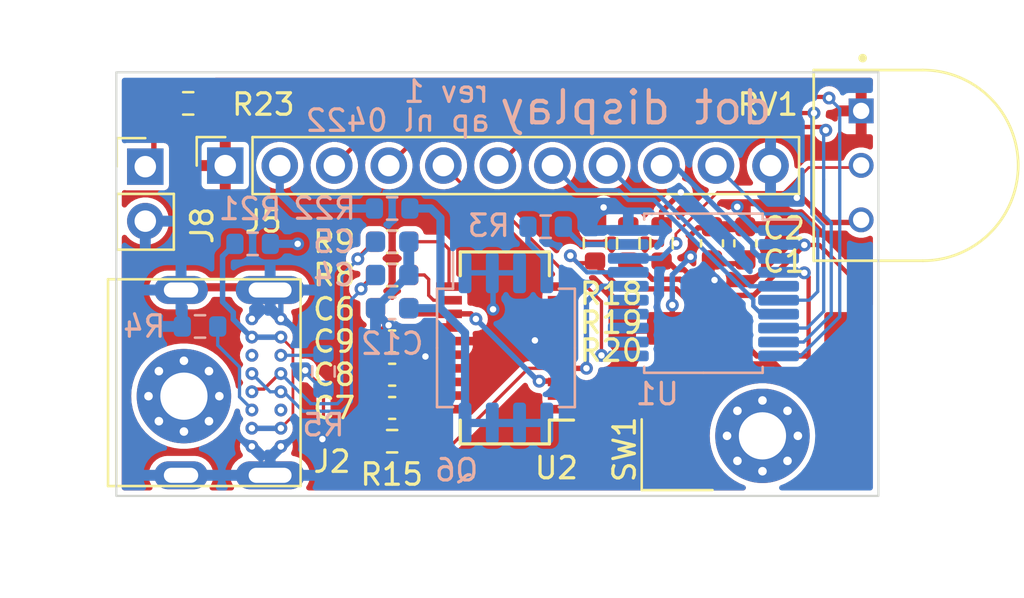
<source format=kicad_pcb>
(kicad_pcb (version 20211014) (generator pcbnew)
  (layers (0 "F.Cu" signal) (31 "B.Cu" signal) (34 "B.Paste" user) (35 "F.Paste" user) (36 "B.SilkS" user "B.Silkscreen") (37 "F.SilkS" user "F.Silkscreen") (38 "B.Mask" user) (39 "F.Mask" user) (44 "Edge.Cuts" user))
  (net 0 "")
  (net 1 "/V_COL")
  (net 2 "/nBLNK")
  (net 3 "/CLK")
  (net 4 "GND")
  (net 5 "Net-(Q6-Pad4)")
  (net 6 "+5V")
  (net 7 "Net-(J2-PadA5)")
  (net 8 "/D+")
  (net 9 "/D-")
  (net 11 "Net-(J2-PadB5)")
  (net 13 "/MCU_COL_4")
  (net 14 "/MCU_COL_5")
  (net 15 "/POT")
  (net 16 "/MCU_DATA")
  (net 17 "/UPDI")
  (net 18 "/MCU_COL_1")
  (net 19 "/MCU_COL_2")
  (net 20 "/MCU_COL_3")
  (net 23 "+3V3")
  (net 29 "Net-(R9-Pad1)")
  (net 30 "Net-(R8-Pad1)")
  (net 34 "Net-(R15-Pad2)")
  (net 35 "Net-(J2-PadA4)")
  (net 36 "/COL_PWM")
  (net 37 "Net-(C12-Pad1)")
  (net 38 "/CONFIG_0")
  (net 43 "/CONFIG_1")
  (net 44 "/CONFIG_2")
  (net 45 "Net-(J8-Pad1)")
  (footprint "hcms:BPA03SB" (layer "F.Cu") (at 192.675 124.48 90)
    (fp_text reference "SW1" (at -3.1 -6.25 90 unlocked) (layer "F.SilkS"))
    (fp_text value "SW_DIP_x03")
    (pad "1" smd roundrect (at -2.54 -4.13 90) (size 1.52 2.15) (layers "F.Cu" "F.Paste" "F.Mask") (roundrect_rratio 0.1) (net 6 "+5V"))
    (pad "2" smd roundrect (at 0 -4.13 90) (size 1.52 2.15) (layers "F.Cu" "F.Paste" "F.Mask") (roundrect_rratio 0.1) (net 6 "+5V"))
    (pad "3" smd roundrect (at 2.54 -4.13 90) (size 1.52 2.15) (layers "F.Cu" "F.Paste" "F.Mask") (roundrect_rratio 0.1) (net 6 "+5V"))
    (pad "4" smd roundrect (at 2.54 4.13 90) (size 1.52 2.15) (layers "F.Cu" "F.Paste" "F.Mask") (roundrect_rratio 0.1) (net 44 "/CONFIG_2"))
    (pad "5" smd roundrect (at 0 4.13 90) (size 1.52 2.15) (layers "F.Cu" "F.Paste" "F.Mask") (roundrect_rratio 0.1) (net 43 "/CONFIG_1"))
    (pad "6" smd roundrect (at -2.54 4.13 90) (size 1.52 2.15) (layers "F.Cu" "F.Paste" "F.Mask") (roundrect_rratio 0.1) (net 38 "/CONFIG_0"))
  )
  (footprint "Package_SO:SSOP-20_3.9x8.7mm_P0.635mm" (layer "F.Cu") (at 180.85 122.85 180)
    (fp_text reference "U2" (at -2.4 -5.6) (layer "F.SilkS"))
    (fp_text value "FT231XS")
    (pad "1" smd rect (at -2.6 -2.8575 180) (size 1.2 0.4) (layers "F.Cu" "F.Paste" "F.Mask"))
    (pad "2" smd rect (at -2.6 -2.2225 180) (size 1.2 0.4) (layers "F.Cu" "F.Paste" "F.Mask"))
    (pad "3" smd rect (at -2.6 -1.5875 180) (size 1.2 0.4) (layers "F.Cu" "F.Paste" "F.Mask") (net 23 "+3V3"))
    (pad "4" smd rect (at -2.6 -0.9525 180) (size 1.2 0.4) (layers "F.Cu" "F.Paste" "F.Mask") (net 17 "/UPDI"))
    (pad "5" smd rect (at -2.6 -0.3175 180) (size 1.2 0.4) (layers "F.Cu" "F.Paste" "F.Mask"))
    (pad "6" smd rect (at -2.6 0.3175 180) (size 1.2 0.4) (layers "F.Cu" "F.Paste" "F.Mask") (net 4 "GND"))
    (pad "7" smd rect (at -2.6 0.9525 180) (size 1.2 0.4) (layers "F.Cu" "F.Paste" "F.Mask"))
    (pad "8" smd rect (at -2.6 1.5875 180) (size 1.2 0.4) (layers "F.Cu" "F.Paste" "F.Mask"))
    (pad "9" smd rect (at -2.6 2.2225 180) (size 1.2 0.4) (layers "F.Cu" "F.Paste" "F.Mask"))
    (pad "10" smd rect (at -2.6 2.8575 180) (size 1.2 0.4) (layers "F.Cu" "F.Paste" "F.Mask"))
    (pad "11" smd rect (at 2.6 2.8575 180) (size 1.2 0.4) (layers "F.Cu" "F.Paste" "F.Mask") (net 29 "Net-(R9-Pad1)"))
    (pad "12" smd rect (at 2.6 2.2225 180) (size 1.2 0.4) (layers "F.Cu" "F.Paste" "F.Mask") (net 30 "Net-(R8-Pad1)"))
    (pad "13" smd rect (at 2.6 1.5875 180) (size 1.2 0.4) (layers "F.Cu" "F.Paste" "F.Mask") (net 23 "+3V3"))
    (pad "14" smd rect (at 2.6 0.9525 180) (size 1.2 0.4) (layers "F.Cu" "F.Paste" "F.Mask") (net 23 "+3V3"))
    (pad "15" smd rect (at 2.6 0.3175 180) (size 1.2 0.4) (layers "F.Cu" "F.Paste" "F.Mask") (net 6 "+5V"))
    (pad "16" smd rect (at 2.6 -0.3175 180) (size 1.2 0.4) (layers "F.Cu" "F.Paste" "F.Mask") (net 4 "GND"))
    (pad "17" smd rect (at 2.6 -0.9525 180) (size 1.2 0.4) (layers "F.Cu" "F.Paste" "F.Mask"))
    (pad "18" smd rect (at 2.6 -1.5875 180) (size 1.2 0.4) (layers "F.Cu" "F.Paste" "F.Mask"))
    (pad "19" smd rect (at 2.6 -2.2225 180) (size 1.2 0.4) (layers "F.Cu" "F.Paste" "F.Mask"))
    (pad "20" smd rect (at 2.6 -2.8575 180) (size 1.2 0.4) (layers "F.Cu" "F.Paste" "F.Mask") (net 34 "Net-(R15-Pad2)"))
  )
  (footprint "Capacitor_SMD:C_0603_1608Metric" (layer "F.Cu") (at 175.6 125.65 180)
    (fp_text reference "C7" (at 2.7 0) (layer "F.SilkS"))
    (fp_text value "4.7uF")
    (pad "1" smd roundrect (at -0.775 0 180) (size 0.9 0.95) (layers "F.Cu" "F.Paste" "F.Mask") (net 6 "+5V"))
    (pad "2" smd roundrect (at 0.775 0 180) (size 0.9 0.95) (layers "F.Cu" "F.Paste" "F.Mask") (net 4 "GND"))
  )
  (footprint "Resistor_SMD:R_0603_1608Metric" (layer "F.Cu") (at 186.6 117.975 -90)
    (fp_text reference "R19" (at 3.7 0.8) (layer "F.SilkS"))
    (fp_text value "10k")
    (pad "1" smd roundrect (at -0.825 0 270) (size 0.8 0.95) (layers "F.Cu" "F.Paste" "F.Mask") (net 4 "GND"))
    (pad "2" smd roundrect (at 0.825 0 270) (size 0.8 0.95) (layers "F.Cu" "F.Paste" "F.Mask") (net 43 "/CONFIG_1"))
  )
  (footprint "Capacitor_SMD:C_0603_1608Metric" (layer "F.Cu") (at 175.6 122.55 180)
    (fp_text reference "C9" (at 2.7 0) (layer "F.SilkS"))
    (fp_text value "10nF")
    (pad "1" smd roundrect (at -0.775 0 180) (size 0.9 0.95) (layers "F.Cu" "F.Paste" "F.Mask") (net 6 "+5V"))
    (pad "2" smd roundrect (at 0.775 0 180) (size 0.9 0.95) (layers "F.Cu" "F.Paste" "F.Mask") (net 4 "GND"))
  )
  (footprint "Resistor_SMD:R_0603_1608Metric" (layer "F.Cu") (at 166.1 111.45 180)
    (fp_text reference "R23" (at -3.5 -0.05) (layer "F.SilkS"))
    (fp_text value "0")
    (pad "1" smd roundrect (at -0.825 0 180) (size 0.8 0.95) (layers "F.Cu" "F.Paste" "F.Mask") (net 6 "+5V"))
    (pad "2" smd roundrect (at 0.825 0 180) (size 0.8 0.95) (layers "F.Cu" "F.Paste" "F.Mask") (net 45 "Net-(J8-Pad1)"))
  )
  (footprint "Resistor_SMD:R_0603_1608Metric" (layer "F.Cu") (at 175.6 119.45 180)
    (fp_text reference "R8" (at 2.7 0) (layer "F.SilkS"))
    (fp_text value "27")
    (pad "1" smd roundrect (at -0.825 0 180) (size 0.8 0.95) (layers "F.Cu" "F.Paste" "F.Mask") (net 30 "Net-(R8-Pad1)"))
    (pad "2" smd roundrect (at 0.825 0 180) (size 0.8 0.95) (layers "F.Cu" "F.Paste" "F.Mask") (net 9 "/D-"))
  )
  (footprint "Connector_PinHeader_2.54mm:PinHeader_1x02_P2.54mm_Vertical" (layer "F.Cu") (at 164.1 114.4)
    (fp_text reference "J8" (at 2.65 2.74 90) (layer "F.SilkS"))
    (fp_text value "Conn_01x02_Male")
    (pad "1" thru_hole rect (at 0 0) (size 1.7 1.7) (drill 1) (layers *.Cu *.Mask) (net 45 "Net-(J8-Pad1)"))
    (pad "2" thru_hole oval (at 0 2.54) (size 1.7 1.7) (drill 1) (layers *.Cu *.Mask) (net 4 "GND"))
  )
  (footprint "Capacitor_SMD:C_0603_1608Metric" (layer "F.Cu") (at 175.6 121 180)
    (fp_text reference "C6" (at 2.7 -0.05) (layer "F.SilkS"))
    (fp_text value "100nF")
    (pad "1" smd roundrect (at -0.775 0 180) (size 0.9 0.95) (layers "F.Cu" "F.Paste" "F.Mask") (net 23 "+3V3"))
    (pad "2" smd roundrect (at 0.775 0 180) (size 0.9 0.95) (layers "F.Cu" "F.Paste" "F.Mask") (net 4 "GND"))
  )
  (footprint "Capacitor_SMD:C_0603_1608Metric" (layer "F.Cu") (at 175.6 124.1 180)
    (fp_text reference "C8" (at 2.7 0) (layer "F.SilkS"))
    (fp_text value "100nF")
    (pad "1" smd roundrect (at -0.775 0 180) (size 0.9 0.95) (layers "F.Cu" "F.Paste" "F.Mask") (net 6 "+5V"))
    (pad "2" smd roundrect (at 0.775 0 180) (size 0.9 0.95) (layers "F.Cu" "F.Paste" "F.Mask") (net 4 "GND"))
  )
  (footprint "Capacitor_SMD:C_0603_1608Metric" (layer "F.Cu") (at 192.05 117.975 -90)
    (fp_text reference "C1" (at 0.85 -1.8 180) (layer "F.SilkS"))
    (fp_text value "10nF")
    (pad "1" smd roundrect (at -0.775 0 270) (size 0.9 0.95) (layers "F.Cu" "F.Paste" "F.Mask") (net 6 "+5V"))
    (pad "2" smd roundrect (at 0.775 0 270) (size 0.9 0.95) (layers "F.Cu" "F.Paste" "F.Mask") (net 4 "GND"))
  )
  (footprint "Resistor_SMD:R_0603_1608Metric" (layer "F.Cu") (at 185.05 117.975 -90)
    (fp_text reference "R18" (at 2.35 -0.75) (layer "F.SilkS"))
    (fp_text value "10k")
    (pad "1" smd roundrect (at -0.825 0 270) (size 0.8 0.95) (layers "F.Cu" "F.Paste" "F.Mask") (net 4 "GND"))
    (pad "2" smd roundrect (at 0.825 0 270) (size 0.8 0.95) (layers "F.Cu" "F.Paste" "F.Mask") (net 38 "/CONFIG_0"))
  )
  (footprint "hcms:TRIM_3352T-1-201LF" (layer "F.Cu") (at 200.3175 114.34 -90)
    (fp_text reference "RV1" (at -2.84 7.2175 180) (layer "F.SilkS"))
    (fp_text value "R_Potentiometer")
    (pad "1" thru_hole rect (at -2.54 2.87 270) (size 1.16 1.16) (drill 0.76) (layers *.Cu *.Mask) (net 6 "+5V"))
    (pad "2" thru_hole circle (at 0 2.87 270) (size 1.16 1.16) (drill 0.76) (layers *.Cu *.Mask) (net 15 "/POT"))
    (pad "3" thru_hole circle (at 2.54 2.87 270) (size 1.16 1.16) (drill 0.76) (layers *.Cu *.Mask) (net 4 "GND"))
  )
  (footprint "Resistor_SMD:R_0603_1608Metric" (layer "F.Cu") (at 188.15 117.975 -90)
    (fp_text reference "R20" (at 5 2.35) (layer "F.SilkS"))
    (fp_text value "10k")
    (pad "1" smd roundrect (at -0.825 0 270) (size 0.8 0.95) (layers "F.Cu" "F.Paste" "F.Mask") (net 4 "GND"))
    (pad "2" smd roundrect (at 0.825 0 270) (size 0.8 0.95) (layers "F.Cu" "F.Paste" "F.Mask") (net 44 "/CONFIG_2"))
  )
  (footprint "Resistor_SMD:R_0603_1608Metric" (layer "F.Cu") (at 175.6 117.9 180)
    (fp_text reference "R9" (at 2.7 0) (layer "F.SilkS"))
    (fp_text value "27")
    (pad "1" smd roundrect (at -0.825 0 180) (size 0.8 0.95) (layers "F.Cu" "F.Paste" "F.Mask") (net 29 "Net-(R9-Pad1)"))
    (pad "2" smd roundrect (at 0.825 0 180) (size 0.8 0.95) (layers "F.Cu" "F.Paste" "F.Mask") (net 8 "/D+"))
  )
  (footprint "hcms:213716-0001" (layer "F.Cu") (at 166.85 124.47 -90)
    (fp_text reference "J2" (at 3.68 -5.95 unlocked) (layer "F.SilkS"))
    (fp_text value "USB_C_Receptacle_USB2.0")
    (pad "A1" thru_hole circle (at -2.975 -3.565 270) (size 0.6 0.6) (drill 0.3) (layers *.Cu *.Mask) (net 4 "GND"))
    (pad "A4" thru_hole circle (at -2.125 -3.565 270) (size 0.6 0.6) (drill 0.3) (layers *.Cu *.Mask) (net 35 "Net-(J2-PadA4)"))
    (pad "A5" thru_hole circle (at -1.275 -3.565 270) (size 0.6 0.6) (drill 0.3) (layers *.Cu *.Mask) (net 7 "Net-(J2-PadA5)"))
    (pad "A6" thru_hole circle (at -0.425 -3.565 270) (size 0.6 0.6) (drill 0.3) (layers *.Cu *.Mask) (net 8 "/D+"))
    (pad "A7" thru_hole circle (at 0.425 -3.565 270) (size 0.6 0.6) (drill 0.3) (layers *.Cu *.Mask) (net 9 "/D-"))
    (pad "A8" thru_hole circle (at 1.275 -3.565 270) (size 0.6 0.6) (drill 0.3) (layers *.Cu *.Mask))
    (pad "A9" thru_hole circle (at 2.125 -3.565 270) (size 0.6 0.6) (drill 0.3) (layers *.Cu *.Mask) (net 35 "Net-(J2-PadA4)"))
    (pad "A12" thru_hole circle (at 2.975 -3.565 270) (size 0.6 0.6) (drill 0.3) (layers *.Cu *.Mask) (net 4 "GND"))
    (pad "B1" thru_hole circle (at 2.975 -2.215 270) (size 0.6 0.6) (drill 0.3) (layers *.Cu *.Mask) (net 4 "GND"))
    (pad "B4" thru_hole circle (at 2.125 -2.215 270) (size 0.6 0.6) (drill 0.3) (layers *.Cu *.Mask) (net 35 "Net-(J2-PadA4)"))
    (pad "B5" thru_hole circle (at 1.275 -2.215 270) (size 0.6 0.6) (drill 0.3) (layers *.Cu *.Mask) (net 11 "Net-(J2-PadB5)"))
    (pad "B6" thru_hole circle (at 0.425 -2.215 270) (size 0.6 0.6) (drill 0.3) (layers *.Cu *.Mask) (net 8 "/D+"))
    (pad "B7" thru_hole circle (at -0.425 -2.215 270) (size 0.6 0.6) (drill 0.3) (layers *.Cu *.Mask) (net 9 "/D-"))
    (pad "B8" thru_hole circle (at -1.275 -2.215 270) (size 0.6 0.6) (drill 0.3) (layers *.Cu *.Mask))
    (pad "B9" thru_hole circle (at -2.125 -2.215 270) (size 0.6 0.6) (drill 0.3) (layers *.Cu *.Mask) (net 35 "Net-(J2-PadA4)"))
    (pad "B12" thru_hole circle (at -2.975 -2.215 270) (size 0.6 0.6) (drill 0.3) (layers *.Cu *.Mask) (net 4 "GND"))
    (pad "S1" thru_hole oval (at 4.32 -3.065 270) (size 1.3 3.2) (drill oval 0.7 2) (layers *.Cu *.Mask) (net 4 "GND"))
    (pad "S1" thru_hole oval (at 4.32 1.085 270) (size 1.3 2.5) (drill oval 0.7 1.6) (layers *.Cu *.Mask) (net 4 "GND"))
    (pad "S1" thru_hole oval (at -4.32 -3.065 270) (size 1.3 3.2) (drill oval 0.7 2) (layers *.Cu *.Mask) (net 4 "GND"))
    (pad "S1" thru_hole oval (at -4.32 1.085 270) (size 1.3 2.5) (drill oval 0.7 1.6) (layers *.Cu *.Mask) (net 4 "GND"))
  )
  (footprint "Capacitor_SMD:C_0603_1608Metric" (layer "F.Cu") (at 190.5 117.975 -90)
    (fp_text reference "C2" (at -0.7 -3.35 180) (layer "F.SilkS"))
    (fp_text value "100nF")
    (pad "1" smd roundrect (at -0.775 0 270) (size 0.9 0.95) (layers "F.Cu" "F.Paste" "F.Mask") (net 6 "+5V"))
    (pad "2" smd roundrect (at 0.775 0 270) (size 0.9 0.95) (layers "F.Cu" "F.Paste" "F.Mask") (net 4 "GND"))
  )
  (footprint "Connector_PinSocket_2.54mm:PinSocket_1x11_P2.54mm_Vertical" (layer "F.Cu") (at 167.825 114.35 90)
    (fp_text reference "J5" (at -2.6 1.775 180) (layer "F.SilkS"))
    (fp_text value "Conn_01x11_Female")
    (pad "1" thru_hole rect locked (at 0 0 90) (size 1.7 1.7) (drill 1) (layers *.Cu *.Mask) (net 6 "+5V"))
    (pad "2" thru_hole oval locked (at 0 2.54 90) (size 1.7 1.7) (drill 1) (layers *.Cu *.Mask) (net 1 "/V_COL"))
    (pad "3" thru_hole oval locked (at 0 5.08 90) (size 1.7 1.7) (drill 1) (layers *.Cu *.Mask) (net 19 "/MCU_COL_2"))
    (pad "4" thru_hole oval locked (at 0 7.62 90) (size 1.7 1.7) (drill 1) (layers *.Cu *.Mask) (net 13 "/MCU_COL_4"))
    (pad "5" thru_hole oval locked (at 0 10.16 90) (size 1.7 1.7) (drill 1) (layers *.Cu *.Mask) (net 18 "/MCU_COL_1"))
    (pad "6" thru_hole oval locked (at 0 12.7 90) (size 1.7 1.7) (drill 1) (layers *.Cu *.Mask) (net 20 "/MCU_COL_3"))
    (pad "7" thru_hole oval locked (at 0 15.24 90) (size 1.7 1.7) (drill 1) (layers *.Cu *.Mask) (net 14 "/MCU_COL_5"))
    (pad "8" thru_hole oval locked (at 0 17.78 90) (size 1.7 1.7) (drill 1) (layers *.Cu *.Mask) (net 2 "/nBLNK"))
    (pad "9" thru_hole oval locked (at 0 20.32 90) (size 1.7 1.7) (drill 1) (layers *.Cu *.Mask) (net 3 "/CLK"))
    (pad "10" thru_hole oval locked (at 0 22.86 90) (size 1.7 1.7) (drill 1) (layers *.Cu *.Mask) (net 16 "/MCU_DATA"))
    (pad "11" thru_hole oval locked (at 0 25.4 90) (size 1.7 1.7) (drill 1) (layers *.Cu *.Mask) (net 4 "GND"))
  )
  (footprint "Resistor_SMD:R_0603_1608Metric" (layer "F.Cu") (at 175.6 127.2)
    (fp_text reference "R15" (at -0.02 1.55) (layer "F.SilkS"))
    (fp_text value "1k")
    (pad "1" smd roundrect (at -0.825 0) (size 0.8 0.95) (layers "F.Cu" "F.Paste" "F.Mask") (net 17 "/UPDI"))
    (pad "2" smd roundrect (at 0.825 0) (size 0.8 0.95) (layers "F.Cu" "F.Paste" "F.Mask") (net 34 "Net-(R15-Pad2)"))
  )
  (footprint "Resistor_SMD:R_0603_1608Metric" (layer "B.Cu") (at 169.1 118 180)
    (fp_text reference "R21" (at 0.12 1.63) (layer "B.SilkS") (effects (justify mirror)))
    (fp_text value "0")
    (pad "1" smd roundrect (at -0.825 0 180) (size 0.8 0.95) (layers "B.Cu" "B.Paste" "B.Mask") (net 6 "+5V"))
    (pad "2" smd roundrect (at 0.825 0 180) (size 0.8 0.95) (layers "B.Cu" "B.Paste" "B.Mask") (net 35 "Net-(J2-PadA4)"))
  )
  (footprint "Package_SO:SSOP-20_5.3x7.2mm_P0.65mm" (layer "B.Cu") (at 190.1 120.3 180)
    (fp_text reference "U1" (at 2.15 -4.7) (layer "B.SilkS") (effects (justify mirror)))
    (fp_text value "ATtiny1626-X")
    (pad "1" smd roundrect (at -3.5 2.925 180) (size 1.9 0.5) (layers "B.Cu" "B.Paste" "B.Mask") (net 6 "+5V"))
    (pad "2" smd roundrect (at -3.5 2.275 180) (size 1.9 0.5) (layers "B.Cu" "B.Paste" "B.Mask") (net 44 "/CONFIG_2"))
    (pad "3" smd roundrect (at -3.5 1.625 180) (size 1.9 0.5) (layers "B.Cu" "B.Paste" "B.Mask") (net 3 "/CLK"))
    (pad "4" smd roundrect (at -3.5 0.975 180) (size 1.9 0.5) (layers "B.Cu" "B.Paste" "B.Mask") (net 43 "/CONFIG_1"))
    (pad "5" smd roundrect (at -3.5 0.325 180) (size 1.9 0.5) (layers "B.Cu" "B.Paste" "B.Mask") (net 2 "/nBLNK"))
    (pad "6" smd roundrect (at -3.5 -0.325 180) (size 1.9 0.5) (layers "B.Cu" "B.Paste" "B.Mask") (net 16 "/MCU_DATA"))
    (pad "7" smd roundrect (at -3.5 -0.975 180) (size 1.9 0.5) (layers "B.Cu" "B.Paste" "B.Mask") (net 14 "/MCU_COL_5"))
    (pad "8" smd roundrect (at -3.5 -1.625 180) (size 1.9 0.5) (layers "B.Cu" "B.Paste" "B.Mask") (net 13 "/MCU_COL_4"))
    (pad "9" smd roundrect (at -3.5 -2.275 180) (size 1.9 0.5) (layers "B.Cu" "B.Paste" "B.Mask") (net 20 "/MCU_COL_3"))
    (pad "10" smd roundrect (at -3.5 -2.925 180) (size 1.9 0.5) (layers "B.Cu" "B.Paste" "B.Mask") (net 19 "/MCU_COL_2"))
    (pad "11" smd roundrect (at 3.5 -2.925 180) (size 1.9 0.5) (layers "B.Cu" "B.Paste" "B.Mask") (net 18 "/MCU_COL_1"))
    (pad "12" smd roundrect (at 3.5 -2.275 180) (size 1.9 0.5) (layers "B.Cu" "B.Paste" "B.Mask"))
    (pad "13" smd roundrect (at 3.5 -1.625 180) (size 1.9 0.5) (layers "B.Cu" "B.Paste" "B.Mask"))
    (pad "14" smd roundrect (at 3.5 -0.975 180) (size 1.9 0.5) (layers "B.Cu" "B.Paste" "B.Mask"))
    (pad "15" smd roundrect (at 3.5 -0.325 180) (size 1.9 0.5) (layers "B.Cu" "B.Paste" "B.Mask"))
    (pad "16" smd roundrect (at 3.5 0.325 180) (size 1.9 0.5) (layers "B.Cu" "B.Paste" "B.Mask") (net 17 "/UPDI"))
    (pad "17" smd roundrect (at 3.5 0.975 180) (size 1.9 0.5) (layers "B.Cu" "B.Paste" "B.Mask") (net 38 "/CONFIG_0"))
    (pad "18" smd roundrect (at 3.5 1.625 180) (size 1.9 0.5) (layers "B.Cu" "B.Paste" "B.Mask") (net 15 "/POT"))
    (pad "19" smd roundrect (at 3.5 2.275 180) (size 1.9 0.5) (layers "B.Cu" "B.Paste" "B.Mask") (net 36 "/COL_PWM"))
    (pad "20" smd roundrect (at 3.5 2.925 180) (size 1.9 0.5) (layers "B.Cu" "B.Paste" "B.Mask") (net 4 "GND"))
  )
  (footprint "Resistor_SMD:R_0603_1608Metric" (layer "B.Cu") (at 175.6 116.35)
    (fp_text reference "R22" (at -3.15 0) (layer "B.SilkS") (effects (justify mirror)))
    (fp_text value "0")
    (pad "1" smd roundrect (at -0.825 0) (size 0.8 0.95) (layers "B.Cu" "B.Paste" "B.Mask") (net 1 "/V_COL"))
    (pad "2" smd roundrect (at 0.825 0) (size 0.8 0.95) (layers "B.Cu" "B.Paste" "B.Mask") (net 37 "Net-(C12-Pad1)"))
  )
  (footprint "LOGO" (layer "B.Cu") (at 185.875 127.325 180)
    (fp_text reference "G***" hide)
    (fp_text value "LOGO" hide)
  )
  (footprint "Capacitor_SMD:C_0603_1608Metric" (layer "B.Cu") (at 175.6 121 180)
    (fp_text reference "C12" (at 0 -1.65) (layer "B.SilkS") (effects (justify mirror)))
    (fp_text value "100nF")
    (pad "1" smd roundrect (at -0.775 0 180) (size 0.9 0.95) (layers "B.Cu" "B.Paste" "B.Mask") (net 37 "Net-(C12-Pad1)"))
    (pad "2" smd roundrect (at 0.775 0 180) (size 0.9 0.95) (layers "B.Cu" "B.Paste" "B.Mask") (net 4 "GND"))
  )
  (footprint "Resistor_SMD:R_0603_1608Metric" (layer "B.Cu") (at 166.65 121.85 180)
    (fp_text reference "R4" (at 2.6 0) (layer "B.SilkS") (effects (justify mirror)))
    (fp_text value "5.1k")
    (pad "1" smd roundrect (at -0.825 0 180) (size 0.8 0.95) (layers "B.Cu" "B.Paste" "B.Mask") (net 11 "Net-(J2-PadB5)"))
    (pad "2" smd roundrect (at 0.825 0 180) (size 0.8 0.95) (layers "B.Cu" "B.Paste" "B.Mask") (net 4 "GND"))
  )
  (footprint "Capacitor_SMD:C_0603_1608Metric" (layer "B.Cu") (at 175.6 117.9)
    (fp_text reference "C5" (at -2.7 0) (layer "B.SilkS") (effects (justify mirror)))
    (fp_text value "47pF")
    (pad "1" smd roundrect (at -0.775 0) (size 0.9 0.95) (layers "B.Cu" "B.Paste" "B.Mask") (net 8 "/D+"))
    (pad "2" smd roundrect (at 0.775 0) (size 0.9 0.95) (layers "B.Cu" "B.Paste" "B.Mask") (net 4 "GND"))
  )
  (footprint "Resistor_SMD:R_0603_1608Metric" (layer "B.Cu") (at 182.75 117.2 180)
    (fp_text reference "R3" (at 2.65 0.05) (layer "B.SilkS") (effects (justify mirror)))
    (fp_text value "200")
    (pad "1" smd roundrect (at -0.825 0 180) (size 0.8 0.95) (layers "B.Cu" "B.Paste" "B.Mask") (net 36 "/COL_PWM"))
    (pad "2" smd roundrect (at 0.825 0 180) (size 0.8 0.95) (layers "B.Cu" "B.Paste" "B.Mask") (net 5 "Net-(Q6-Pad4)"))
  )
  (footprint "Package_SO:SO-8_5.3x6.2mm_P1.27mm" (layer "B.Cu") (at 180.9 122.85 -90)
    (fp_text reference "Q6" (at 5.7 2.3 180) (layer "B.SilkS") (effects (justify mirror)))
    (fp_text value "Q_PMOS_DSG")
    (pad "1" smd roundrect (at -3.5 1.905 270) (size 1.9 0.6) (layers "B.Cu" "B.Paste" "B.Mask") (net 6 "+5V"))
    (pad "2" smd roundrect (at -3.5 0.635 270) (size 1.9 0.6) (layers "B.Cu" "B.Paste" "B.Mask") (net 6 "+5V"))
    (pad "3" smd roundrect (at -3.5 -0.635 270) (size 1.9 0.6) (layers "B.Cu" "B.Paste" "B.Mask") (net 6 "+5V"))
    (pad "4" smd roundrect (at -3.5 -1.905 270) (size 1.9 0.6) (layers "B.Cu" "B.Paste" "B.Mask") (net 5 "Net-(Q6-Pad4)"))
    (pad "5" smd roundrect (at 3.5 -1.905 270) (size 1.9 0.6) (layers "B.Cu" "B.Paste" "B.Mask") (net 37 "Net-(C12-Pad1)"))
    (pad "6" smd roundrect (at 3.5 -0.635 270) (size 1.9 0.6) (layers "B.Cu" "B.Paste" "B.Mask") (net 37 "Net-(C12-Pad1)"))
    (pad "7" smd roundrect (at 3.5 0.635 270) (size 1.9 0.6) (layers "B.Cu" "B.Paste" "B.Mask") (net 37 "Net-(C12-Pad1)"))
    (pad "8" smd roundrect (at 3.5 1.905 270) (size 1.9 0.6) (layers "B.Cu" "B.Paste" "B.Mask") (net 37 "Net-(C12-Pad1)"))
  )
  (footprint "LOGO" (layer "B.Cu") (at 188.3 127.4 180)
    (fp_text reference "G***" hide)
    (fp_text value "LOGO" hide)
  )
  (footprint "Capacitor_SMD:C_0603_1608Metric" (layer "B.Cu") (at 175.6 119.45)
    (fp_text reference "C4" (at -2.7 0) (layer "B.SilkS") (effects (justify mirror)))
    (fp_text value "47pF")
    (pad "1" smd roundrect (at -0.775 0) (size 0.9 0.95) (layers "B.Cu" "B.Paste" "B.Mask") (net 9 "/D-"))
    (pad "2" smd roundrect (at 0.775 0) (size 0.9 0.95) (layers "B.Cu" "B.Paste" "B.Mask") (net 4 "GND"))
  )
  (footprint "MountingHole:MountingHole_2.2mm_M2_Pad_Via" (layer "B.Cu") (at 192.85 126.95 180)
    (fp_text reference "MH2" hide)
    (fp_text value "MountingHole")
    (pad "1" thru_hole circle (at -1.166726 -1.166726 180) (size 0.7 0.7) (drill 0.4) (layers *.Cu *.Mask))
    (pad "1" thru_hole circle (at 1.65 0 180) (size 0.7 0.7) (drill 0.4) (layers *.Cu *.Mask))
    (pad "1" thru_hole circle (at -1.166726 1.166726 180) (size 0.7 0.7) (drill 0.4) (layers *.Cu *.Mask))
    (pad "1" thru_hole circle (at 1.166726 -1.166726 180) (size 0.7 0.7) (drill 0.4) (layers *.Cu *.Mask))
    (pad "1" thru_hole circle (at 0 1.65 180) (size 0.7 0.7) (drill 0.4) (layers *.Cu *.Mask))
    (pad "1" thru_hole circle (at 0 -1.65 180) (size 0.7 0.7) (drill 0.4) (layers *.Cu *.Mask))
    (pad "1" thru_hole circle (at 0 0 180) (size 4.4 4.4) (drill 2.2) (layers *.Cu *.Mask))
    (pad "1" thru_hole circle (at -1.65 0 180) (size 0.7 0.7) (drill 0.4) (layers *.Cu *.Mask))
    (pad "1" thru_hole circle (at 1.166726 1.166726 180) (size 0.7 0.7) (drill 0.4) (layers *.Cu *.Mask))
  )
  (footprint "Resistor_SMD:R_0603_1608Metric" (layer "B.Cu") (at 172.4 123.95 -90)
    (fp_text reference "R5" (at 2.5 0 -180) (layer "B.SilkS") (effects (justify mirror)))
    (fp_text value "5.1k")
    (pad "1" smd roundrect (at -0.825 0 270) (size 0.8 0.95) (layers "B.Cu" "B.Paste" "B.Mask") (net 7 "Net-(J2-PadA5)"))
    (pad "2" smd roundrect (at 0.825 0 270) (size 0.8 0.95) (layers "B.Cu" "B.Paste" "B.Mask") (net 4 "GND"))
  )
  (footprint "MountingHole:MountingHole_2.2mm_M2_Pad_Via" (layer "B.Cu") (at 165.9 125.1 180)
    (fp_text reference "MH1" hide)
    (fp_text value "MountingHole")
    (pad "1" thru_hole circle (at 0 0 180) (size 4.4 4.4) (drill 2.2) (layers *.Cu *.Mask))
    (pad "1" thru_hole circle (at -1.166726 -1.166726 180) (size 0.7 0.7) (drill 0.4) (layers *.Cu *.Mask))
    (pad "1" thru_hole circle (at -1.166726 1.166726 180) (size 0.7 0.7) (drill 0.4) (layers *.Cu *.Mask))
    (pad "1" thru_hole circle (at 1.166726 -1.166726 180) (size 0.7 0.7) (drill 0.4) (layers *.Cu *.Mask))
    (pad "1" thru_hole circle (at 1.65 0 180) (size 0.7 0.7) (drill 0.4) (layers *.Cu *.Mask))
    (pad "1" thru_hole circle (at 0 -1.65 180) (size 0.7 0.7) (drill 0.4) (layers *.Cu *.Mask))
    (pad "1" thru_hole circle (at 1.166726 1.166726 180) (size 0.7 0.7) (drill 0.4) (layers *.Cu *.Mask))
    (pad "1" thru_hole circle (at -1.65 0 180) (size 0.7 0.7) (drill 0.4) (layers *.Cu *.Mask))
    (pad "1" thru_hole circle (at 0 1.65 180) (size 0.7 0.7) (drill 0.4) (layers *.Cu *.Mask))
  )
  (gr_rect locked (start 162.75 110) (end 198.25 129.75) (layer "Edge.Cuts") (width 0.1) (fill none))
  (gr_text "dot display" (at 193.4 111.65) (layer "B.SilkS") (effects (font (size 1.5 1.5) (thickness 0.2)) (justify left mirror)))
  (gr_text "rev 1" (at 180.2 110.9) (layer "B.SilkS") (effects (font (size 1 1)) (justify left mirror)))
  (gr_text "ap nl 0422" (at 180.25 112.25) (layer "B.SilkS") (effects (font (size 1 1)) (justify left mirror)))
  (segment (start 171.1 116.35) (end 170.365 115.615) (width 0.381) (layer "B.Cu") (net 1))
  (segment (start 170.365 115.615) (end 170.365 114.35) (width 0.381) (layer "B.Cu") (net 1))
  (segment (start 174.775 116.35) (end 171.1 116.35) (width 0.381) (layer "B.Cu") (net 1))
  (segment (start 185.605 114.35) (end 186.754511 115.499511) (width 0.2) (layer "B.Cu") (net 2))
  (segment (start 186.754511 115.499511) (end 187.799511 115.499511) (width 0.2) (layer "B.Cu") (net 2))
  (segment (start 192.275 119.975) (end 194.15 119.975) (width 0.2) (layer "B.Cu") (net 2))
  (segment (start 187.799511 115.499511) (end 192.275 119.975) (width 0.2) (layer "B.Cu") (net 2))
  (segment (start 188.145 114.35) (end 188.75 114.35) (width 0.25) (layer "B.Cu") (net 3))
  (segment (start 192.39848 118.305959) (end 192.767521 118.675) (width 0.25) (layer "B.Cu") (net 3))
  (segment (start 188.75 114.35) (end 192.39848 117.99848) (width 0.25) (layer "B.Cu") (net 3))
  (segment (start 192.767521 118.675) (end 194.15 118.675) (width 0.25) (layer "B.Cu") (net 3))
  (segment (start 192.39848 117.99848) (end 192.39848 118.305959) (width 0.25) (layer "B.Cu") (net 3))
  (segment (start 195.860249 116.999519) (end 194.71073 115.85) (width 0.25) (layer "F.Cu") (net 4))
  (segment (start 177.2325 123.1675) (end 178.25 123.1675) (width 0.381) (layer "F.Cu") (net 4))
  (segment (start 190.5 118.875) (end 190.5 119.569251) (width 0.25) (layer "F.Cu") (net 4))
  (segment (start 174.825 124.1) (end 174.825 125.65) (width 0.381) (layer "F.Cu") (net 4))
  (segment (start 174.825 121.18202) (end 175.434724 121.791744) (width 0.381) (layer "F.Cu") (net 4))
  (segment (start 175.434724 121.791744) (end 174.825 122.401468) (width 0.381) (layer "F.Cu") (net 4))
  (segment (start 192.2 118.925) (end 190.7 118.925) (width 0.25) (layer "F.Cu") (net 4))
  (segment (start 194.71073 115.85) (end 194.45 115.85) (width 0.25) (layer "F.Cu") (net 4))
  (segment (start 174.825 122.401468) (end 174.825 122.55) (width 0.381) (layer "F.Cu") (net 4))
  (segment (start 172.4 124.75) (end 172.4 127.05) (width 0.1524) (layer "F.Cu") (net 4))
  (segment (start 189.05 115.6) (end 188.15 116.5) (width 0.25) (layer "F.Cu") (net 4))
  (segment (start 177.15 123.25) (end 177.2325 123.1675) (width 0.381) (layer "F.Cu") (net 4))
  (segment (start 188.15 117.275) (end 185.45 117.275) (width 0.25) (layer "F.Cu") (net 4))
  (segment (start 197.43 116.94) (end 197.370481 116.999519) (width 0.25) (layer "F.Cu") (net 4))
  (segment (start 197.370481 116.999519) (end 195.860249 116.999519) (width 0.25) (layer "F.Cu") (net 4))
  (segment (start 174.825 121) (end 174.825 121.18202) (width 0.127) (layer "F.Cu") (net 4))
  (segment (start 169.905002 120.024989) (end 165.755002 120.024989) (width 0.381) (layer "F.Cu") (net 4))
  (segment (start 182.2825 122.5325) (end 182.25 122.5) (width 0.1524) (layer "F.Cu") (net 4))
  (segment (start 188.15 116.5) (end 188.15 117.275) (width 0.25) (layer "F.Cu") (net 4))
  (segment (start 172.4 127.05) (end 172.35 127.1) (width 0.1524) (layer "F.Cu") (net 4))
  (segment (start 190.7 118.925) (end 190.7 118.875) (width 0.25) (layer "F.Cu") (net 4))
  (segment (start 190.5 119.569251) (end 190.617182 119.686433) (width 0.127) (layer "F.Cu") (net 4))
  (segment (start 185.45 117.275) (end 185.45 116.3) (width 0.25) (layer "F.Cu") (net 4))
  (segment (start 183.45 122.5325) (end 182.2825 122.5325) (width 0.1524) (layer "F.Cu") (net 4))
  (segment (start 171.55 123.9) (end 172.4 124.75) (width 0.1524) (layer "F.Cu") (net 4))
  (segment (start 174.825 122.55) (end 174.825 124.1) (width 0.381) (layer "F.Cu") (net 4))
  (via (at 171.55 123.9) (size 0.6) (drill 0.3) (layers "F.Cu" "B.Cu") (net 4))
  (via (at 194.45 115.85) (size 0.6) (drill 0.3) (layers "F.Cu" "B.Cu") (net 4))
  (via (at 177.15 123.25) (size 0.6) (drill 0.3) (layers "F.Cu" "B.Cu") (net 4))
  (via (at 175.434724 121.791744) (size 0.6) (drill 0.3) (layers "F.Cu" "B.Cu") (net 4))
  (via (at 190.617182 119.686433) (size 0.6) (drill 0.3) (layers "F.Cu" "B.Cu") (net 4))
  (via (at 189.05 115.6) (size 0.6) (drill 0.3) (layers "F.Cu" "B.Cu") (net 4))
  (via (at 172.35 127.1) (size 0.6) (drill 0.3) (layers "F.Cu" "B.Cu") (net 4))
  (via (at 185.45 116.3) (size 0.6) (drill 0.3) (layers "F.Cu" "B.Cu") (net 4))
  (via (at 182.25 122.5) (size 0.6) (drill 0.3) (layers "F.Cu" "B.Cu") (net 4))
  (segment (start 171.55 124) (end 171.55 123.9) (width 0.1524) (layer "B.Cu") (net 4))
  (segment (start 174.825 121) (end 174.825 121.18202) (width 0.381) (layer "B.Cu") (net 4))
  (segment (start 170.415 121.495) (end 170.415 120.65) (width 0.25) (layer "B.Cu") (net 4))
  (segment (start 172.325 124.775) (end 171.55 124) (width 0.1524) (layer "B.Cu") (net 4))
  (segment (start 169.065 121.495) (end 169.065 121) (width 0.25) (layer "B.Cu") (net 4))
  (segment (start 176.375 119.45) (end 174.825 121) (width 0.381) (layer "B.Cu") (net 4))
  (segment (start 172.4 124.775) (end 172.325 124.775) (width 0.1524) (layer "B.Cu") (net 4))
  (segment (start 174.825 121.18202) (end 175.434724 121.791744) (width 0.381) (layer "B.Cu") (net 4))
  (segment (start 169.065 121) (end 169.915 120.15) (width 0.25) (layer "B.Cu") (net 4))
  (segment (start 170.415 120.65) (end 169.915 120.15) (width 0.25) (layer "B.Cu") (net 4))
  (segment (start 182.805 118.805) (end 181.925 117.925) (width 0.254) (layer "B.Cu") (net 5))
  (segment (start 182.805 119.35) (end 182.805 118.805) (width 0.254) (layer "B.Cu") (net 5))
  (segment (start 181.925 117.925) (end 181.925 117.2) (width 0.254) (layer "B.Cu") (net 5))
  (segment (start 176.375 122.55) (end 176.375 124.1) (width 0.254) (layer "F.Cu") (net 6))
  (segment (start 190.5 117.25) (end 189.85 117.25) (width 0.25) (layer "F.Cu") (net 6))
  (segment (start 178.25 122.5325) (end 176.3925 122.5325) (width 0.254) (layer "F.Cu") (net 6))
  (segment (start 189.5 117.6) (end 189.5 118.525) (width 0.25) (layer "F.Cu") (net 6))
  (segment (start 166.925 111.45) (end 167.825 112.35) (width 0.25) (layer "F.Cu") (net 6))
  (segment (start 189.85 117.25) (end 189.5 117.6) (width 0.25) (layer "F.Cu") (net 6))
  (segment (start 178.25 122.5325) (end 179.4175 122.5325) (width 0.254) (layer "F.Cu") (net 6))
  (segment (start 188.65 121.835) (end 188.545 121.94) (width 0.127) (layer "F.Cu") (net 6))
  (segment (start 188.65 120.85) (end 188.65 121.835) (width 0.254) (layer "F.Cu") (net 6))
  (segment (start 167.825 112.35) (end 167.825 114.35) (width 0.25) (layer "F.Cu") (net 6))
  (segment (start 179.4175 122.5325) (end 180.2 121.75) (width 0.254) (layer "F.Cu") (net 6))
  (segment (start 180.3 121.65) (end 180.3 121) (width 0.254) (layer "F.Cu") (net 6))
  (segment (start 180.2 121.75) (end 180.3 121.65) (width 0.254) (layer "F.Cu") (net 6))
  (segment (start 176.3925 122.5325) (end 176.375 122.55) (width 0.254) (layer "F.Cu") (net 6))
  (segment (start 176.375 125.65) (end 176.375 124.1) (width 0.254) (layer "F.Cu") (net 6))
  (via (at 180.3 121.05) (size 0.6) (drill 0.3) (layers "F.Cu" "B.Cu") (net 6))
  (via (at 191.675 116.275) (size 0.6) (drill 0.3) (layers "F.Cu" "B.Cu") (net 6))
  (via (at 188.65 120.85) (size 0.6) (drill 0.3) (layers "F.Cu" "B.Cu") (net 6))
  (via (at 171.2 118) (size 0.6) (drill 0.3) (layers "F.Cu" "B.Cu") (net 6))
  (via (at 189.5 118.6) (size 0.6) (drill 0.3) (layers "F.Cu" "B.Cu") (net 6))
  (segment (start 180.265 119.35) (end 178.995 119.35) (width 0.254) (layer "B.Cu") (net 6))
  (segment (start 189.5 118.6) (end 188.65 119.45) (width 0.25) (layer "B.Cu") (net 6))
  (segment (start 192.575 117.375) (end 194.15 117.375) (width 0.25) (layer "B.Cu") (net 6))
  (segment (start 188.65 119.45) (end 188.65 120.85) (width 0.25) (layer "B.Cu") (net 6))
  (segment (start 180.3 121) (end 180.3 119.385) (width 0.254) (layer "B.Cu") (net 6))
  (segment (start 180.3 119.385) (end 180.265 119.35) (width 0.254) (layer "B.Cu") (net 6))
  (segment (start 180.265 119.35) (end 181.535 119.35) (width 0.254) (layer "B.Cu") (net 6))
  (segment (start 191.675 116.475) (end 192.575 117.375) (width 0.25) (layer "B.Cu") (net 6))
  (segment (start 191.675 116.275) (end 191.675 116.475) (width 0.25) (layer "B.Cu") (net 6))
  (segment (start 169.925 118) (end 171.15 118) (width 0.381) (layer "B.Cu") (net 6))
  (segment (start 172.4 123.125) (end 172.33 123.195) (width 0.1524) (layer "B.Cu") (net 7))
  (segment (start 172.33 123.195) (end 170.415 123.195) (width 0.1524) (layer "B.Cu") (net 7))
  (segment (start 169.055002 124.769989) (end 169.630011 124.769989) (width 0.1524) (layer "F.Cu") (net 8))
  (segment (start 169.630011 124.769989) (end 170.405002 123.994998) (width 0.1524) (layer "F.Cu") (net 8))
  (segment (start 174 118.675) (end 174.775 117.9) (width 0.2) (layer "F.Cu") (net 8))
  (segment (start 174 118.7) (end 174 118.675) (width 0.2) (layer "F.Cu") (net 8))
  (via (at 174 118.7) (size 0.6) (drill 0.3) (layers "F.Cu" "B.Cu") (net 8))
  (segment (start 173.04928 125.45072) (end 173.25 125.25) (width 0.1524) (layer "B.Cu") (net 8))
  (segment (start 170.415 124.045) (end 170.415 124.047162) (width 0.2) (layer "B.Cu") (net 8))
  (segment (start 170.415001 124.047174) (end 171.800012 125.432185) (width 0.1524) (layer "B.Cu") (net 8))
  (segment (start 173.25 119.475) (end 174.825 117.9) (width 0.1524) (layer "B.Cu") (net 8))
  (segment (start 173.25 125.25) (end 173.25 119.475) (width 0.1524) (layer "B.Cu") (net 8))
  (segment (start 171.8 125.432173) (end 171.8 125.45) (width 0.1524) (layer "B.Cu") (net 8))
  (segment (start 171.800723 125.450727) (end 173.049286 125.450727) (width 0.1524) (layer "B.Cu") (net 8))
  (segment (start 174.15 120.1) (end 174.15 120.075) (width 0.2) (layer "F.Cu") (net 9))
  (segment (start 174.15 120.075) (end 174.775 119.45) (width 0.2) (layer "F.Cu") (net 9))
  (via (at 174.15 120.1) (size 0.6) (drill 0.3) (layers "F.Cu" "B.Cu") (net 9))
  (segment (start 170.545 124.895) (end 170.415 124.895) (width 0.1524) (layer "B.Cu") (net 9))
  (segment (start 173.24736 125.80264) (end 171.45264 125.80264) (width 0.1524) (layer "B.Cu") (net 9))
  (segment (start 173.7 120.6) (end 173.7 125.35) (width 0.1524) (layer "B.Cu") (net 9))
  (segment (start 169.915 124.895) (end 169.055002 124.035002) (width 0.1524) (layer "B.Cu") (net 9))
  (segment (start 169.915 124.895) (end 170.415 124.895) (width 0.1524) (layer "B.Cu") (net 9))
  (segment (start 174.825 119.475) (end 173.7 120.6) (width 0.1524) (layer "B.Cu") (net 9))
  (segment (start 171.45264 125.80264) (end 170.545 124.895) (width 0.1524) (layer "B.Cu") (net 9))
  (segment (start 174.825 119.45) (end 174.825 119.475) (width 0.1524) (layer "B.Cu") (net 9))
  (segment (start 173.7 125.35) (end 173.24736 125.80264) (width 0.1524) (layer "B.Cu") (net 9))
  (segment (start 168.489289 123.739289) (end 168.489289 125.133468) (width 0.1524) (layer "B.Cu") (net 11))
  (segment (start 167.475 121.85) (end 167.475 122.725) (width 0.1524) (layer "B.Cu") (net 11))
  (segment (start 168.97581 125.619989) (end 169.055002 125.619989) (width 0.1524) (layer "B.Cu") (net 11))
  (segment (start 168.489289 125.133468) (end 168.97581 125.619989) (width 0.1524) (layer "B.Cu") (net 11))
  (segment (start 167.475 122.725) (end 168.489289 123.739289) (width 0.1524) (layer "B.Cu") (net 11))
  (segment (start 175.445 114.35) (end 177.895 111.9) (width 0.2) (layer "F.Cu") (net 13))
  (segment (start 177.895 111.9) (end 195.284994 111.9) (width 0.2) (layer "F.Cu") (net 13))
  (via (at 195.25 111.9) (size 0.6) (drill 0.3) (layers "F.Cu" "B.Cu") (net 13))
  (segment (start 194.925 121.925) (end 193.9 121.925) (width 0.1524) (layer "B.Cu") (net 13))
  (segment (start 195.70192 121.14808) (end 194.925 121.925) (width 0.1524) (layer "B.Cu") (net 13))
  (segment (start 195.25 111.9) (end 195.15 112) (width 0.1524) (layer "B.Cu") (net 13))
  (segment (start 195.15 116.60231) (end 195.70192 117.15423) (width 0.1524) (layer "B.Cu") (net 13))
  (segment (start 195.70192 117.15423) (end 195.70192 121.14808) (width 0.1524) (layer "B.Cu") (net 13))
  (segment (start 195.15 112) (end 195.15 116.60231) (width 0.1524) (layer "B.Cu") (net 13))
  (segment (start 192.802876 121.275) (end 194.15 121.275) (width 0.2) (layer "B.Cu") (net 14))
  (segment (start 186.6 115.95) (end 187.78823 115.95) (width 0.2) (layer "B.Cu") (net 14))
  (segment (start 186.149511 115.499511) (end 186.6 115.95) (width 0.2) (layer "B.Cu") (net 14))
  (segment (start 192.42348 120.895604) (end 192.802876 121.275) (width 0.2) (layer "B.Cu") (net 14))
  (segment (start 187.78823 115.95) (end 192.42348 120.58525) (width 0.2) (layer "B.Cu") (net 14))
  (segment (start 192.42348 120.58525) (end 192.42348 120.895604) (width 0.2) (layer "B.Cu") (net 14))
  (segment (start 183.065 114.35) (end 184.214511 115.499511) (width 0.2) (layer "B.Cu") (net 14))
  (segment (start 184.214511 115.499511) (end 186.149511 115.499511) (width 0.2) (layer "B.Cu") (net 14))
  (segment (start 190.75 115.6) (end 193.85 115.6) (width 0.127) (layer "F.Cu") (net 15))
  (segment (start 188.81502 117.96502) (end 188.81502 117.53498) (width 0.127) (layer "F.Cu") (net 15))
  (segment (start 195.01 114.44) (end 197.4975 114.44) (width 0.127) (layer "F.Cu") (net 15))
  (segment (start 188.81502 117.53498) (end 190.75 115.6) (width 0.127) (layer "F.Cu") (net 15))
  (segment (start 188.825 117.975) (end 188.81502 117.96502) (width 0.127) (layer "F.Cu") (net 15))
  (segment (start 193.85 115.6) (end 195.01 114.44) (width 0.127) (layer "F.Cu") (net 15))
  (via (at 188.825 117.975) (size 0.6) (drill 0.3) (layers "F.Cu" "B.Cu") (net 15))
  (segment (start 188.825 117.975) (end 188.125 118.675) (width 0.25) (layer "B.Cu") (net 15))
  (segment (start 188.125 118.675) (end 187.15 118.675) (width 0.25) (layer "B.Cu") (net 15))
  (segment (start 190.684988 114.350013) (end 192.934975 116.6) (width 0.1524) (layer "B.Cu") (net 16))
  (segment (start 195.423 117.373) (end 195.423 120.227) (width 0.1524) (layer "B.Cu") (net 16))
  (segment (start 195.423 120.227) (end 195.024994 120.625006) (width 0.1524) (layer "B.Cu") (net 16))
  (segment (start 194.65 116.6) (end 195.423 117.373) (width 0.1524) (layer "B.Cu") (net 16))
  (segment (start 192.934975 116.6) (end 194.65 116.6) (width 0.1524) (layer "B.Cu") (net 16))
  (segment (start 195.024994 120.625006) (end 194.150005 120.625006) (width 0.1524) (layer "B.Cu") (net 16))
  (segment (start 184.6475 123.8025) (end 184.65 123.8) (width 0.25) (layer "F.Cu") (net 17))
  (segment (start 183.45 123.8025) (end 184.6475 123.8025) (width 0.25) (layer "F.Cu") (net 17))
  (segment (start 183.45 123.8025) (end 181.9475 123.8025) (width 0.1524) (layer "F.Cu") (net 17))
  (segment (start 181.9475 123.8025) (end 177.45 128.3) (width 0.1524) (layer "F.Cu") (net 17))
  (segment (start 177.45 128.3) (end 175.875 128.3) (width 0.1524) (layer "F.Cu") (net 17))
  (segment (start 175.875 128.3) (end 174.775 127.2) (width 0.1524) (layer "F.Cu") (net 17))
  (via (at 184.65 123.8) (size 0.6) (drill 0.3) (layers "F.Cu" "B.Cu") (net 17))
  (segment (start 185.375 119.975) (end 187.15 119.975) (width 0.25) (layer "B.Cu") (net 17))
  (segment (start 184.65 120.7) (end 185.375 119.975) (width 0.25) (layer "B.Cu") (net 17))
  (segment (start 184.65 123.8) (end 184.65 120.7) (width 0.25) (layer "B.Cu") (net 17))
  (segment (start 180.3 116) (end 179.635 116) (width 0.1524) (layer "F.Cu") (net 18))
  (segment (start 185.35 120.687078) (end 183.912922 119.25) (width 0.1524) (layer "F.Cu") (net 18))
  (segment (start 179.635 116) (end 177.985 114.35) (width 0.1524) (layer "F.Cu") (net 18))
  (segment (start 183.912922 119.25) (end 183.55 119.25) (width 0.1524) (layer "F.Cu") (net 18))
  (segment (start 185.35 123.2) (end 185.35 120.687078) (width 0.1524) (layer "F.Cu") (net 18))
  (segment (start 183.55 119.25) (end 180.3 116) (width 0.1524) (layer "F.Cu") (net 18))
  (via (at 185.35 123.2) (size 0.6) (drill 0.3) (layers "F.Cu" "B.Cu") (net 18))
  (segment (start 185.35 123.2) (end 186.575 123.2) (width 0.2) (layer "B.Cu") (net 18))
  (segment (start 186.575 123.2) (end 186.6 123.225) (width 0.2) (layer "B.Cu") (net 18))
  (segment (start 172.905 114.35) (end 176.105 111.15) (width 0.2) (layer "F.Cu") (net 19))
  (segment (start 176.105 111.15) (end 195.9 111.15) (width 0.2) (layer "F.Cu") (net 19))
  (segment (start 195.9 111.15) (end 195.95 111.2) (width 0.2) (layer "F.Cu") (net 19))
  (via (at 195.95 111.2) (size 0.6) (drill 0.3) (layers "F.Cu" "B.Cu") (net 19))
  (segment (start 194.62038 123.225) (end 193.6 123.225) (width 0.1524) (layer "B.Cu") (net 19))
  (segment (start 196.45 121.39538) (end 194.62038 123.225) (width 0.1524) (layer "B.Cu") (net 19))
  (segment (start 196.45 111.7) (end 196.45 121.39538) (width 0.1524) (layer "B.Cu") (net 19))
  (segment (start 195.95 111.2) (end 196.45 111.7) (width 0.1524) (layer "B.Cu") (net 19))
  (segment (start 195.65 112.55) (end 195.8 112.7) (width 0.2) (layer "F.Cu") (net 20))
  (segment (start 180.525 114.35) (end 182.325 112.55) (width 0.2) (layer "F.Cu") (net 20))
  (segment (start 182.325 112.55) (end 195.65 112.55) (width 0.2) (layer "F.Cu") (net 20))
  (via (at 195.8 112.7) (size 0.6) (drill 0.3) (layers "F.Cu" "B.Cu") (net 20))
  (segment (start 195.8 112.7) (end 195.7 112.8) (width 0.1524) (layer "B.Cu") (net 20))
  (segment (start 194.77269 122.575) (end 193.9 122.575) (width 0.1524) (layer "B.Cu") (net 20))
  (segment (start 195.7 115) (end 195.7 116.65462) (width 0.1524) (layer "B.Cu") (net 20))
  (segment (start 195.7 112.8) (end 195.7 115) (width 0.1524) (layer "B.Cu") (net 20))
  (segment (start 195.7 116.65462) (end 196.05384 117.00846) (width 0.1524) (layer "B.Cu") (net 20))
  (segment (start 196.05384 117.00846) (end 196.05384 121.29385) (width 0.1524) (layer "B.Cu") (net 20))
  (segment (start 196.05384 121.29385) (end 194.77269 122.575) (width 0.1524) (layer "B.Cu") (net 20))
  (segment (start 178.25 121.8975) (end 178.25 121.2625) (width 0.254) (layer "F.Cu") (net 23))
  (segment (start 179.2625 121.2625) (end 179.5 121.5) (width 0.254) (layer "F.Cu") (net 23))
  (segment (start 182.45 124.4) (end 183.4125 124.4) (width 0.254) (layer "F.Cu") (net 23))
  (segment (start 176.6375 121.2625) (end 176.375 121) (width 0.254) (layer "F.Cu") (net 23))
  (segment (start 178.25 121.2625) (end 176.6375 121.2625) (width 0.254) (layer "F.Cu") (net 23))
  (segment (start 183.4125 124.4) (end 183.45 124.4375) (width 0.254) (layer "F.Cu") (net 23))
  (segment (start 178.25 121.2625) (end 179.2625 121.2625) (width 0.254) (layer "F.Cu") (net 23))
  (via (at 179.5 121.5) (size 0.6) (drill 0.3) (layers "F.Cu" "B.Cu") (net 23))
  (via (at 182.45 124.4) (size 0.6) (drill 0.3) (layers "F.Cu" "B.Cu") (net 23))
  (segment (start 179.5 121.5) (end 182.4 124.4) (width 0.254) (layer "B.Cu") (net 23))
  (segment (start 182.4 124.4) (end 182.45 124.4) (width 0.254) (layer "B.Cu") (net 23))
  (segment (start 177.9 117.9) (end 176.425 117.9) (width 0.1524) (layer "F.Cu") (net 29))
  (segment (start 178.25 119.9925) (end 178.25 118.25) (width 0.1524) (layer "F.Cu") (net 29))
  (segment (start 178.25 118.25) (end 177.9 117.9) (width 0.1524) (layer "F.Cu") (net 29))
  (segment (start 177.5275 120.6275) (end 177.3 120.4) (width 0.1524) (layer "F.Cu") (net 30))
  (segment (start 177.1 119.45) (end 176.425 119.45) (width 0.1524) (layer "F.Cu") (net 30))
  (segment (start 177.3 119.65) (end 177.1 119.45) (width 0.1524) (layer "F.Cu") (net 30))
  (segment (start 177.3 120.4) (end 177.3 119.65) (width 0.1524) (layer "F.Cu") (net 30))
  (segment (start 178.25 120.6275) (end 177.5275 120.6275) (width 0.1524) (layer "F.Cu") (net 30))
  (segment (start 177.45 127.2) (end 178.25 126.4) (width 0.1524) (layer "F.Cu") (net 34))
  (segment (start 176.425 127.2) (end 177.45 127.2) (width 0.1524) (layer "F.Cu") (net 34))
  (segment (start 178.25 126.4) (end 178.25 125.7075) (width 0.1524) (layer "F.Cu") (net 34))
  (segment (start 170.978021 126.021979) (end 170.978021 122.908021) (width 0.127) (layer "F.Cu") (net 35))
  (segment (start 170.978021 122.908021) (end 170.415 122.345) (width 0.127) (layer "F.Cu") (net 35))
  (segment (start 170.405002 126.469989) (end 170.530011 126.469989) (width 0.127) (layer "F.Cu") (net 35))
  (segment (start 170.530011 126.469989) (end 170.978021 126.021979) (width 0.127) (layer "F.Cu") (net 35))
  (segment (start 168.2 121.516021) (end 168.2 121.2) (width 0.254) (layer "B.Cu") (net 35))
  (segment (start 169.033979 122.35) (end 168.2 121.516021) (width 0.254) (layer "B.Cu") (net 35))
  (segment (start 170.274991 122.35) (end 169.033979 122.35) (width 0.254) (layer "B.Cu") (net 35))
  (segment (start 170.274991 126.6) (end 169.185013 126.6) (width 0.254) (layer "B.Cu") (net 35))
  (segment (start 167.7 118.575) (end 168.275 118) (width 0.254) (layer "B.Cu") (net 35))
  (segment (start 167.7 120.7) (end 167.7 118.575) (width 0.254) (layer "B.Cu") (net 35))
  (segment (start 168.2 121.2) (end 167.7 120.7) (width 0.254) (layer "B.Cu") (net 35))
  (segment (start 170.405002 126.469989) (end 170.274991 126.6) (width 0.254) (layer "B.Cu") (net 35))
  (segment (start 187.15 118.025) (end 184.4 118.025) (width 0.25) (layer "B.Cu") (net 36))
  (segment (start 184.4 118.025) (end 183.575 117.2) (width 0.25) (layer "B.Cu") (net 36))
  (segment (start 177.85 121) (end 177.85 116.8) (width 0.381) (layer "B.Cu") (net 37))
  (segment (start 178.995 126.35) (end 178.995 122.145) (width 0.381) (layer "B.Cu") (net 37))
  (segment (start 177.85 121) (end 176.375 121) (width 0.381) (layer "B.Cu") (net 37))
  (segment (start 180.265 126.35) (end 178.995 126.35) (width 0.381) (layer "B.Cu") (net 37))
  (segment (start 178.995 122.145) (end 177.85 121) (width 0.381) (layer "B.Cu") (net 37))
  (segment (start 177.4 116.35) (end 176.425 116.35) (width 0.381) (layer "B.Cu") (net 37))
  (segment (start 182.805 126.35) (end 181.535 126.35) (width 0.381) (layer "B.Cu") (net 37))
  (segment (start 181.535 126.35) (end 180.265 126.35) (width 0.381) (layer "B.Cu") (net 37))
  (segment (start 177.85 116.8) (end 177.4 116.35) (width 0.381) (layer "B.Cu") (net 37))
  (segment (start 192.328564 123.6) (end 193.45 123.6) (width 0.25) (layer "F.Cu") (net 38))
  (segment (start 185.1 118.95) (end 185.05 118.9) (width 0.2) (layer "F.Cu") (net 38))
  (segment (start 185.1 118.975) (end 186.22404 120.09904) (width 0.25) (layer "F.Cu") (net 38))
  (segment (start 185.05 118.9) (end 184.25 118.9) (width 0.2) (layer "F.Cu") (net 38))
  (segment (start 193.45 123.6) (end 195.75 125.9) (width 0.25) (layer "F.Cu") (net 38))
  (segment (start 188.827604 120.09904) (end 192.328564 123.6) (width 0.25) (layer "F.Cu") (net 38))
  (segment (start 195.75 126.55) (end 196.489992 127.289992) (width 0.25) (layer "F.Cu") (net 38))
  (segment (start 196.489992 127.289992) (end 196.980008 127.289992) (width 0.25) (layer "F.Cu") (net 38))
  (segment (start 186.22404 120.09904) (end 188.827604 120.09904) (width 0.25) (layer "F.Cu") (net 38))
  (segment (start 184.25 118.9) (end 183.9 118.55) (width 0.2) (layer "F.Cu") (net 38))
  (segment (start 185.1 118.95) (end 185.1 118.975) (width 0.25) (layer "F.Cu") (net 38))
  (segment (start 195.75 125.9) (end 195.75 126.55) (width 0.25) (layer "F.Cu") (net 38))
  (via (at 183.9 118.55) (size 0.6) (drill 0.3) (layers "F.Cu" "B.Cu") (net 38))
  (segment (start 184.675 119.325) (end 186.6 119.325) (width 0.2) (layer "B.Cu") (net 38))
  (segment (start 183.9 118.55) (end 184.675 119.325) (width 0.2) (layer "B.Cu") (net 38))
  (segment (start 187.72452 119.64952) (end 187 118.925) (width 0.25) (layer "F.Cu") (net 43))
  (segment (start 192.587762 123.22348) (end 189.013802 119.64952) (width 0.25) (layer "F.Cu") (net 43))
  (segment (start 195.45 123.75) (end 194.92348 123.22348) (width 0.25) (layer "F.Cu") (net 43))
  (segment (start 194.92348 123.22348) (end 192.587762 123.22348) (width 0.25) (layer "F.Cu") (net 43))
  (segment (start 195.45 123.75) (end 196.449992 124.749992) (width 0.25) (layer "F.Cu") (net 43))
  (segment (start 195 119.55) (end 194.8 119.35) (width 0.2) (layer "F.Cu") (net 43))
  (segment (start 189.013802 119.64952) (end 187.72452 119.64952) (width 0.25) (layer "F.Cu") (net 43))
  (segment (start 195 123.3) (end 195 119.55) (width 0.2) (layer "F.Cu") (net 43))
  (segment (start 195.45 123.75) (end 195 123.3) (width 0.2) (layer "F.Cu") (net 43))
  (segment (start 196.449992 124.749992) (end 196.980008 124.749992) (width 0.25) (layer "F.Cu") (net 43))
  (via (at 194.8 119.35) (size 0.6) (drill 0.3) (layers "F.Cu" "B.Cu") (net 43))
  (segment (start 194.775 119.325) (end 193.9 119.325) (width 0.2) (layer "B.Cu") (net 43))
  (segment (start 194.8 119.35) (end 194.775 119.325) (width 0.2) (layer "B.Cu") (net 43))
  (segment (start 196.980008 119.530008) (end 196.980008 122.209992) (width 0.2) (layer "F.Cu") (net 44))
  (segment (start 194.8 118.05) (end 192.45 120.4) (width 0.25) (layer "F.Cu") (net 44))
  (segment (start 192.45 120.4) (end 190.4 120.4) (width 0.25) (layer "F.Cu") (net 44))
  (segment (start 190.4 120.4) (end 189.2 119.2) (width 0.25) (layer "F.Cu") (net 44))
  (segment (start 188.825 119.2) (end 188.55 118.925) (width 0.25) (layer "F.Cu") (net 44))
  (segment (start 189.2 119.2) (end 188.825 119.2) (width 0.25) (layer "F.Cu") (net 44))
  (segment (start 194.8 118.05) (end 195.5 118.05) (width 0.2) (layer "F.Cu") (net 44))
  (segment (start 195.5 118.05) (end 196.980008 119.530008) (width 0.2) (layer "F.Cu") (net 44))
  (via (at 194.8 118.05) (size 0.6) (drill 0.3) (layers "F.Cu" "B.Cu") (net 44))
  (segment (start 194.8 118.05) (end 194.775 118.025) (width 0.2) (layer "B.Cu") (net 44))
  (segment (start 194.775 118.025) (end 193.9 118.025) (width 0.2) (layer "B.Cu") (net 44))
  (segment (start 164.5 112.225) (end 164.5 114.36) (width 0.25) (layer "F.Cu") (net 45))
  (segment (start 165.275 111.45) (end 164.5 112.225) (width 0.25) (layer "F.Cu") (net 45))
  (zone (net 6) (net_name "+5V") (layer "F.Cu") (connect_pads (clearance 0.254)) (min_thickness 0.254) (fill yes (thermal_gap 0.508) (thermal_bridge_width 0.508))
    (polygon (pts (xy 198.25 129.75) (xy 162.75 129.75) (xy 162.8 110) (xy 198.25 110)))
  )
  (zone (net 4) (net_name "GND") (layer "B.Cu") (connect_pads (clearance 0.254)) (min_thickness 0.254) (fill yes (thermal_gap 0.508) (thermal_bridge_width 0.508))
    (polygon (pts (xy 198.25 110) (xy 198.25 129.75) (xy 162.75 129.75) (xy 162.75 110)))
  )
)
</source>
